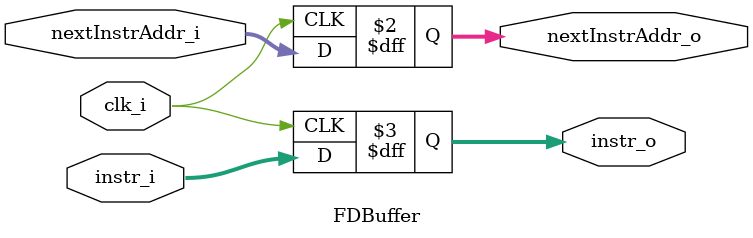
<source format=v>
module FDBuffer ( // Fetch/Decode
    input clk_i,

    input [31:0] nextInstrAddr_i,
    input [31:0] instr_i,
    
    output reg [31:0] nextInstrAddr_o,
    output reg [31:0] instr_o,
);

    always @(posedge clk_i) begin
        nextInstrAddr_o = nextInstrAddr_i;
        instr_o = instr_i;
    end
endmodule
</source>
